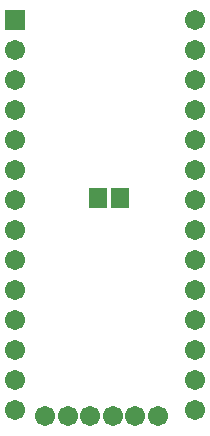
<source format=gbs>
G04 DipTrace 3.0.0.2*
G04 82S100replacement.GBS*
%MOMM*%
G04 #@! TF.FileFunction,Soldermask,Bot*
G04 #@! TF.Part,Single*
%ADD30R,1.504X1.704*%
%ADD32C,1.704*%
%ADD38C,1.704*%
%ADD40R,1.704X1.704*%
%FSLAX35Y35*%
G04*
G71*
G90*
G75*
G01*
G04 BotMask*
%LPD*%
D40*
X1159550Y4572673D3*
D38*
Y4318673D3*
Y4064673D3*
Y3810673D3*
Y3556673D3*
Y3302673D3*
Y3048673D3*
Y2794673D3*
Y2540673D3*
Y2286673D3*
Y2032673D3*
Y1778673D3*
Y1524673D3*
Y1270673D3*
X2683550D3*
Y1524673D3*
Y1778673D3*
Y2032673D3*
Y2286673D3*
Y2540673D3*
Y2794673D3*
Y3048673D3*
Y3302673D3*
Y3556673D3*
Y3810673D3*
Y4064673D3*
Y4318673D3*
Y4572673D3*
D32*
X1413550Y1223050D3*
X1604050D3*
X1794550D3*
X1985050D3*
X2175550D3*
X2366050D3*
D30*
X2048550Y3064550D3*
X1858550D3*
M02*

</source>
